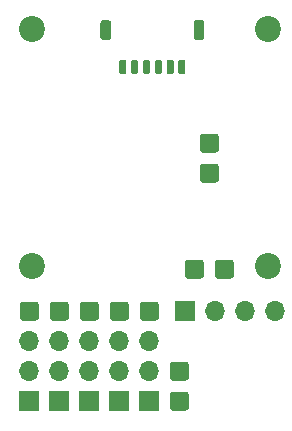
<source format=gbr>
%TF.GenerationSoftware,KiCad,Pcbnew,(5.1.9)-1*%
%TF.CreationDate,2022-05-31T00:09:08+01:00*%
%TF.ProjectId,board,626f6172-642e-46b6-9963-61645f706362,rev?*%
%TF.SameCoordinates,Original*%
%TF.FileFunction,Soldermask,Top*%
%TF.FilePolarity,Negative*%
%FSLAX46Y46*%
G04 Gerber Fmt 4.6, Leading zero omitted, Abs format (unit mm)*
G04 Created by KiCad (PCBNEW (5.1.9)-1) date 2022-05-31 00:09:08*
%MOMM*%
%LPD*%
G01*
G04 APERTURE LIST*
%ADD10O,1.700000X1.700000*%
%ADD11R,1.700000X1.700000*%
%ADD12C,2.200000*%
G04 APERTURE END LIST*
%TO.C,J6*%
G36*
G01*
X116802000Y-115104000D02*
X116802000Y-114004000D01*
G75*
G02*
X117052000Y-113754000I250000J0D01*
G01*
X118152000Y-113754000D01*
G75*
G02*
X118402000Y-114004000I0J-250000D01*
G01*
X118402000Y-115104000D01*
G75*
G02*
X118152000Y-115354000I-250000J0D01*
G01*
X117052000Y-115354000D01*
G75*
G02*
X116802000Y-115104000I0J250000D01*
G01*
G37*
%TD*%
%TO.C,J10*%
G36*
G01*
X116802000Y-112564000D02*
X116802000Y-111464000D01*
G75*
G02*
X117052000Y-111214000I250000J0D01*
G01*
X118152000Y-111214000D01*
G75*
G02*
X118402000Y-111464000I0J-250000D01*
G01*
X118402000Y-112564000D01*
G75*
G02*
X118152000Y-112814000I-250000J0D01*
G01*
X117052000Y-112814000D01*
G75*
G02*
X116802000Y-112564000I0J250000D01*
G01*
G37*
%TD*%
%TO.C,J12*%
G36*
G01*
X115532000Y-123232400D02*
X115532000Y-122131600D01*
G75*
G02*
X115781600Y-121882000I249600J0D01*
G01*
X116882400Y-121882000D01*
G75*
G02*
X117132000Y-122131600I0J-249600D01*
G01*
X117132000Y-123232400D01*
G75*
G02*
X116882400Y-123482000I-249600J0D01*
G01*
X115781600Y-123482000D01*
G75*
G02*
X115532000Y-123232400I0J249600D01*
G01*
G37*
%TD*%
%TO.C,J12*%
G36*
G01*
X118072000Y-123232400D02*
X118072000Y-122131600D01*
G75*
G02*
X118321600Y-121882000I249600J0D01*
G01*
X119422400Y-121882000D01*
G75*
G02*
X119672000Y-122131600I0J-249600D01*
G01*
X119672000Y-123232400D01*
G75*
G02*
X119422400Y-123482000I-249600J0D01*
G01*
X118321600Y-123482000D01*
G75*
G02*
X118072000Y-123232400I0J249600D01*
G01*
G37*
%TD*%
D10*
%TO.C,REF\u002A\u002A*%
X123190000Y-126238000D03*
X120650000Y-126238000D03*
X118110000Y-126238000D03*
D11*
X115570000Y-126238000D03*
%TD*%
D12*
%TO.C,H4*%
X122596000Y-122376000D03*
%TD*%
%TO.C,J13*%
G36*
G01*
X103162000Y-125688000D02*
X103162000Y-126788000D01*
G75*
G02*
X102912000Y-127038000I-250000J0D01*
G01*
X101812000Y-127038000D01*
G75*
G02*
X101562000Y-126788000I0J250000D01*
G01*
X101562000Y-125688000D01*
G75*
G02*
X101812000Y-125438000I250000J0D01*
G01*
X102912000Y-125438000D01*
G75*
G02*
X103162000Y-125688000I0J-250000D01*
G01*
G37*
%TD*%
%TO.C,J12*%
G36*
G01*
X111722000Y-126788000D02*
X111722000Y-125688000D01*
G75*
G02*
X111972000Y-125438000I250000J0D01*
G01*
X113072000Y-125438000D01*
G75*
G02*
X113322000Y-125688000I0J-250000D01*
G01*
X113322000Y-126788000D01*
G75*
G02*
X113072000Y-127038000I-250000J0D01*
G01*
X111972000Y-127038000D01*
G75*
G02*
X111722000Y-126788000I0J250000D01*
G01*
G37*
%TD*%
D10*
%TO.C,J11*%
X112522000Y-128778000D03*
X112522000Y-131318000D03*
D11*
X112522000Y-133858000D03*
%TD*%
%TO.C,J10*%
G36*
G01*
X114262000Y-131868000D02*
X114262000Y-130768000D01*
G75*
G02*
X114512000Y-130518000I250000J0D01*
G01*
X115612000Y-130518000D01*
G75*
G02*
X115862000Y-130768000I0J-250000D01*
G01*
X115862000Y-131868000D01*
G75*
G02*
X115612000Y-132118000I-250000J0D01*
G01*
X114512000Y-132118000D01*
G75*
G02*
X114262000Y-131868000I0J250000D01*
G01*
G37*
%TD*%
%TO.C,J9*%
G36*
G01*
X109182000Y-126788000D02*
X109182000Y-125688000D01*
G75*
G02*
X109432000Y-125438000I250000J0D01*
G01*
X110532000Y-125438000D01*
G75*
G02*
X110782000Y-125688000I0J-250000D01*
G01*
X110782000Y-126788000D01*
G75*
G02*
X110532000Y-127038000I-250000J0D01*
G01*
X109432000Y-127038000D01*
G75*
G02*
X109182000Y-126788000I0J250000D01*
G01*
G37*
%TD*%
%TO.C,J8*%
G36*
G01*
X106642000Y-126788000D02*
X106642000Y-125688000D01*
G75*
G02*
X106892000Y-125438000I250000J0D01*
G01*
X107992000Y-125438000D01*
G75*
G02*
X108242000Y-125688000I0J-250000D01*
G01*
X108242000Y-126788000D01*
G75*
G02*
X107992000Y-127038000I-250000J0D01*
G01*
X106892000Y-127038000D01*
G75*
G02*
X106642000Y-126788000I0J250000D01*
G01*
G37*
%TD*%
%TO.C,J7*%
G36*
G01*
X104102000Y-126788000D02*
X104102000Y-125688000D01*
G75*
G02*
X104352000Y-125438000I250000J0D01*
G01*
X105452000Y-125438000D01*
G75*
G02*
X105702000Y-125688000I0J-250000D01*
G01*
X105702000Y-126788000D01*
G75*
G02*
X105452000Y-127038000I-250000J0D01*
G01*
X104352000Y-127038000D01*
G75*
G02*
X104102000Y-126788000I0J250000D01*
G01*
G37*
%TD*%
%TO.C,J6*%
G36*
G01*
X114262000Y-134408000D02*
X114262000Y-133308000D01*
G75*
G02*
X114512000Y-133058000I250000J0D01*
G01*
X115612000Y-133058000D01*
G75*
G02*
X115862000Y-133308000I0J-250000D01*
G01*
X115862000Y-134408000D01*
G75*
G02*
X115612000Y-134658000I-250000J0D01*
G01*
X114512000Y-134658000D01*
G75*
G02*
X114262000Y-134408000I0J250000D01*
G01*
G37*
%TD*%
%TO.C,J1*%
G36*
G01*
X109276000Y-101811000D02*
X109276000Y-103061000D01*
G75*
G02*
X109051000Y-103286000I-225000J0D01*
G01*
X108601000Y-103286000D01*
G75*
G02*
X108376000Y-103061000I0J225000D01*
G01*
X108376000Y-101811000D01*
G75*
G02*
X108601000Y-101586000I225000J0D01*
G01*
X109051000Y-101586000D01*
G75*
G02*
X109276000Y-101811000I0J-225000D01*
G01*
G37*
G36*
G01*
X117176000Y-101811000D02*
X117176000Y-103061000D01*
G75*
G02*
X116951000Y-103286000I-225000J0D01*
G01*
X116501000Y-103286000D01*
G75*
G02*
X116276000Y-103061000I0J225000D01*
G01*
X116276000Y-101811000D01*
G75*
G02*
X116501000Y-101586000I225000J0D01*
G01*
X116951000Y-101586000D01*
G75*
G02*
X117176000Y-101811000I0J-225000D01*
G01*
G37*
G36*
G01*
X110576000Y-105086000D02*
X110576000Y-106036000D01*
G75*
G02*
X110426000Y-106186000I-150000J0D01*
G01*
X110126000Y-106186000D01*
G75*
G02*
X109976000Y-106036000I0J150000D01*
G01*
X109976000Y-105086000D01*
G75*
G02*
X110126000Y-104936000I150000J0D01*
G01*
X110426000Y-104936000D01*
G75*
G02*
X110576000Y-105086000I0J-150000D01*
G01*
G37*
G36*
G01*
X111576000Y-105086000D02*
X111576000Y-106036000D01*
G75*
G02*
X111426000Y-106186000I-150000J0D01*
G01*
X111126000Y-106186000D01*
G75*
G02*
X110976000Y-106036000I0J150000D01*
G01*
X110976000Y-105086000D01*
G75*
G02*
X111126000Y-104936000I150000J0D01*
G01*
X111426000Y-104936000D01*
G75*
G02*
X111576000Y-105086000I0J-150000D01*
G01*
G37*
G36*
G01*
X112576000Y-105086000D02*
X112576000Y-106036000D01*
G75*
G02*
X112426000Y-106186000I-150000J0D01*
G01*
X112126000Y-106186000D01*
G75*
G02*
X111976000Y-106036000I0J150000D01*
G01*
X111976000Y-105086000D01*
G75*
G02*
X112126000Y-104936000I150000J0D01*
G01*
X112426000Y-104936000D01*
G75*
G02*
X112576000Y-105086000I0J-150000D01*
G01*
G37*
G36*
G01*
X113576000Y-105086000D02*
X113576000Y-106036000D01*
G75*
G02*
X113426000Y-106186000I-150000J0D01*
G01*
X113126000Y-106186000D01*
G75*
G02*
X112976000Y-106036000I0J150000D01*
G01*
X112976000Y-105086000D01*
G75*
G02*
X113126000Y-104936000I150000J0D01*
G01*
X113426000Y-104936000D01*
G75*
G02*
X113576000Y-105086000I0J-150000D01*
G01*
G37*
G36*
G01*
X114576000Y-105086000D02*
X114576000Y-106036000D01*
G75*
G02*
X114426000Y-106186000I-150000J0D01*
G01*
X114126000Y-106186000D01*
G75*
G02*
X113976000Y-106036000I0J150000D01*
G01*
X113976000Y-105086000D01*
G75*
G02*
X114126000Y-104936000I150000J0D01*
G01*
X114426000Y-104936000D01*
G75*
G02*
X114576000Y-105086000I0J-150000D01*
G01*
G37*
G36*
G01*
X115576000Y-105086000D02*
X115576000Y-106036000D01*
G75*
G02*
X115426000Y-106186000I-150000J0D01*
G01*
X115126000Y-106186000D01*
G75*
G02*
X114976000Y-106036000I0J150000D01*
G01*
X114976000Y-105086000D01*
G75*
G02*
X115126000Y-104936000I150000J0D01*
G01*
X115426000Y-104936000D01*
G75*
G02*
X115576000Y-105086000I0J-150000D01*
G01*
G37*
%TD*%
D10*
%TO.C,J5*%
X109982000Y-128778000D03*
X109982000Y-131318000D03*
D11*
X109982000Y-133858000D03*
%TD*%
D10*
%TO.C,J4*%
X107442000Y-128778000D03*
X107442000Y-131318000D03*
D11*
X107442000Y-133858000D03*
%TD*%
D10*
%TO.C,J3*%
X104902000Y-128778000D03*
X104902000Y-131318000D03*
D11*
X104902000Y-133858000D03*
%TD*%
D10*
%TO.C,J2*%
X102362000Y-128778000D03*
X102362000Y-131318000D03*
D11*
X102362000Y-133858000D03*
%TD*%
D12*
%TO.C,H3*%
X122596000Y-102376000D03*
%TD*%
%TO.C,H2*%
X102596000Y-122376000D03*
%TD*%
%TO.C,H1*%
X102596000Y-102376000D03*
%TD*%
M02*

</source>
